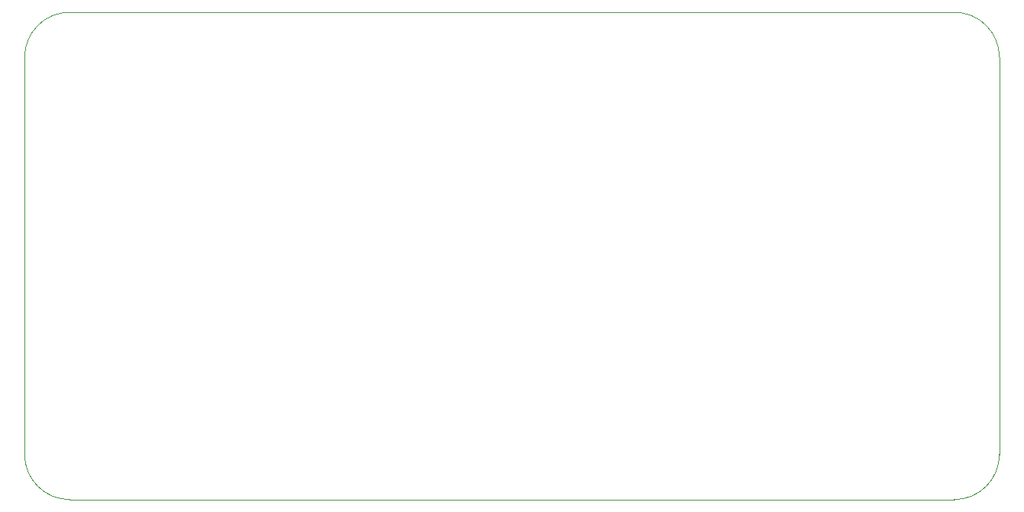
<source format=gm1>
G04 #@! TF.GenerationSoftware,KiCad,Pcbnew,(5.1.5)-3*
G04 #@! TF.CreationDate,2020-02-07T19:54:24-03:30*
G04 #@! TF.ProjectId,MCU_Powertrain,4d43555f-506f-4776-9572-747261696e2e,rev?*
G04 #@! TF.SameCoordinates,Original*
G04 #@! TF.FileFunction,Profile,NP*
%FSLAX46Y46*%
G04 Gerber Fmt 4.6, Leading zero omitted, Abs format (unit mm)*
G04 Created by KiCad (PCBNEW (5.1.5)-3) date 2020-02-07 19:54:24*
%MOMM*%
%LPD*%
G04 APERTURE LIST*
%ADD10C,0.050000*%
G04 APERTURE END LIST*
D10*
X4000000Y-82000000D02*
G75*
G02X9000000Y-77000000I5000000J0D01*
G01*
X9000000Y-131000000D02*
G75*
G02X4000000Y-126000000I0J5000000D01*
G01*
X112000000Y-126000000D02*
G75*
G02X107000000Y-131000000I-5000000J0D01*
G01*
X107000000Y-77000000D02*
G75*
G02X112000000Y-82000000I0J-5000000D01*
G01*
X9000000Y-131000000D02*
X107000000Y-131000000D01*
X4000000Y-82000000D02*
X4000000Y-126000000D01*
X107000000Y-77000000D02*
X9000000Y-77000000D01*
X112000000Y-126000000D02*
X112000000Y-82000000D01*
M02*

</source>
